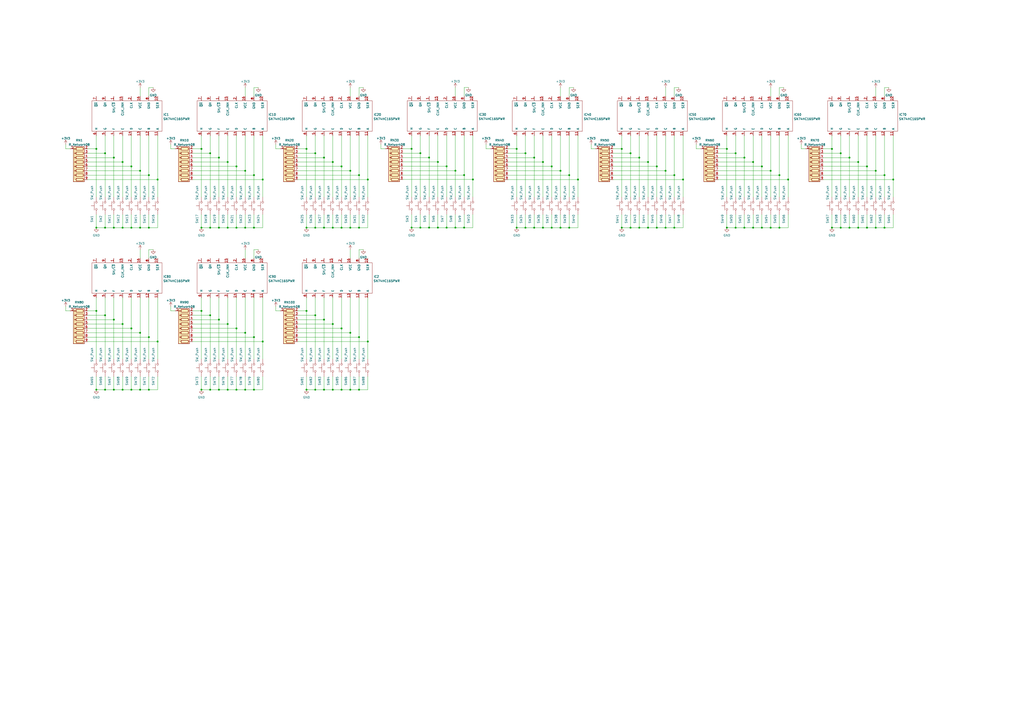
<source format=kicad_sch>
(kicad_sch (version 20211123) (generator eeschema)
  (paper "A2")
  (title_block (title "PMK_Keyboard") (rev "HW00") (company "PumaCorp") (comment 1 "Design by: NdG"))
  (junction (at 116.84 180.34))
  (junction (at 264.16 99.0229))
  (junction (at 60.96 182.88))
  (junction (at 370.84 132.08))
  (junction (at 127 226.06))
  (junction (at 396.24 104.14))
  (junction (at 55.88 86.36))
  (junction (at 365.76 88.9))
  (junction (at 71.12 132.08))
  (junction (at 177.8 132.08))
  (junction (at 66.04 185.42))
  (junction (at 492.76 132.08))
  (junction (at 391.16 101.6))
  (junction (at 243.84 132.0429))
  (junction (at 248.92 91.4029))
  (junction (at 152.4 104.14))
  (junction (at 375.92 132.08))
  (junction (at 76.2 132.08))
  (junction (at 91.44 104.14))
  (junction (at 325.12 99.06))
  (junction (at 457.2 104.14))
  (junction (at 193.04 132.08))
  (junction (at 76.2 96.52))
  (junction (at 60.96 226.06))
  (junction (at 320.04 96.52))
  (junction (at 264.16 132.0429))
  (junction (at 431.8 91.44))
  (junction (at 452.12 101.6))
  (junction (at 431.8 132.08))
  (junction (at 381 96.52))
  (junction (at 66.04 132.08))
  (junction (at 497.84 132.08))
  (junction (at 187.96 185.42))
  (junction (at 375.92 93.98))
  (junction (at 91.44 198.12))
  (junction (at 182.88 132.08))
  (junction (at 238.76 86.3229))
  (junction (at 259.08 132.0429))
  (junction (at 482.6 132.08))
  (junction (at 71.12 187.96))
  (junction (at 76.2 190.5))
  (junction (at 142.24 226.06))
  (junction (at 330.2 132.08))
  (junction (at 182.88 88.9))
  (junction (at 269.24 101.5629))
  (junction (at 299.72 86.36))
  (junction (at 81.28 193.04))
  (junction (at 391.16 132.08))
  (junction (at 208.28 101.6))
  (junction (at 86.36 195.58))
  (junction (at 421.64 132.08))
  (junction (at 132.08 226.06))
  (junction (at 132.08 187.96))
  (junction (at 447.04 132.08))
  (junction (at 81.28 132.08))
  (junction (at 137.16 190.5))
  (junction (at 436.88 132.08))
  (junction (at 66.04 91.44))
  (junction (at 182.88 226.06))
  (junction (at 309.88 132.08))
  (junction (at 502.92 132.08))
  (junction (at 66.04 226.06))
  (junction (at 203.2 99.06))
  (junction (at 426.72 88.9))
  (junction (at 436.88 93.98))
  (junction (at 203.2 226.06))
  (junction (at 60.96 88.9))
  (junction (at 208.28 195.58))
  (junction (at 426.72 132.08))
  (junction (at 147.32 195.58))
  (junction (at 497.84 93.98))
  (junction (at 121.92 132.08))
  (junction (at 121.92 88.9))
  (junction (at 259.08 96.4829))
  (junction (at 81.28 226.06))
  (junction (at 304.8 88.9))
  (junction (at 381 132.08))
  (junction (at 335.28 104.14))
  (junction (at 447.04 99.06))
  (junction (at 518.16 104.14))
  (junction (at 370.84 91.44))
  (junction (at 360.68 86.36))
  (junction (at 55.88 132.08))
  (junction (at 309.88 91.44))
  (junction (at 203.2 132.08))
  (junction (at 513.08 101.6))
  (junction (at 147.32 101.6))
  (junction (at 121.92 226.06))
  (junction (at 60.96 132.08))
  (junction (at 86.36 101.6))
  (junction (at 127 91.44))
  (junction (at 452.12 132.08))
  (junction (at 208.28 226.06))
  (junction (at 508 132.08))
  (junction (at 314.96 132.08))
  (junction (at 177.8 180.34))
  (junction (at 147.32 226.06))
  (junction (at 365.76 132.08))
  (junction (at 137.16 226.06))
  (junction (at 177.8 226.06))
  (junction (at 254 132.0429))
  (junction (at 81.28 99.06))
  (junction (at 274.32 104.1029))
  (junction (at 71.12 93.98))
  (junction (at 213.36 104.14))
  (junction (at 269.24 132.0429))
  (junction (at 198.12 226.06))
  (junction (at 177.8 86.36))
  (junction (at 320.04 132.08))
  (junction (at 116.84 86.36))
  (junction (at 152.4 198.12))
  (junction (at 441.96 132.08))
  (junction (at 86.36 132.08))
  (junction (at 492.76 91.44))
  (junction (at 513.08 132.08))
  (junction (at 330.2 101.6))
  (junction (at 137.16 132.08))
  (junction (at 193.04 226.06))
  (junction (at 487.68 88.9))
  (junction (at 76.2 226.06))
  (junction (at 182.88 182.88))
  (junction (at 127 185.42))
  (junction (at 254 93.9429))
  (junction (at 441.96 96.52))
  (junction (at 71.12 226.06))
  (junction (at 386.08 99.06))
  (junction (at 198.12 96.52))
  (junction (at 116.84 132.08))
  (junction (at 55.88 226.06))
  (junction (at 502.92 96.52))
  (junction (at 508 99.06))
  (junction (at 487.68 132.08))
  (junction (at 386.08 132.08))
  (junction (at 137.16 96.52))
  (junction (at 304.8 132.08))
  (junction (at 203.2 193.04))
  (junction (at 299.72 132.08))
  (junction (at 213.36 198.12))
  (junction (at 187.96 91.44))
  (junction (at 132.08 93.98))
  (junction (at 243.84 88.8629))
  (junction (at 132.08 132.08))
  (junction (at 482.6 86.36))
  (junction (at 86.36 226.06))
  (junction (at 421.64 86.36))
  (junction (at 198.12 190.5))
  (junction (at 314.96 93.98))
  (junction (at 238.76 132.0429))
  (junction (at 193.04 93.98))
  (junction (at 187.96 132.08))
  (junction (at 325.12 132.08))
  (junction (at 142.24 132.08))
  (junction (at 360.68 132.08))
  (junction (at 208.28 132.08))
  (junction (at 187.96 226.06))
  (junction (at 127 132.08))
  (junction (at 147.32 132.08))
  (junction (at 142.24 99.06))
  (junction (at 193.04 187.96))
  (junction (at 116.84 226.06))
  (junction (at 198.12 132.08))
  (junction (at 121.92 182.88))
  (junction (at 248.92 132.0429))
  (junction (at 142.24 193.04))
  (junction (at 55.88 180.34))
  (wire (pts (xy 421.64 132.08) (xy 426.72 132.08)))
  (wire (pts (xy 137.16 190.5) (xy 137.16 208.28)))
  (wire (pts (xy 152.4 172.72) (xy 152.4 198.12)))
  (wire (pts (xy 208.28 226.06) (xy 203.2 226.06)))
  (wire (pts (xy 335.28 104.14) (xy 335.28 114.3)))
  (wire (pts (xy 116.84 218.44) (xy 116.84 226.06)))
  (wire (pts (xy 121.92 78.74) (xy 121.92 88.9)))
  (wire (pts (xy 320.04 96.52) (xy 320.04 114.3)))
  (wire (pts (xy 513.08 78.74) (xy 513.08 101.6)))
  (wire (pts (xy 436.88 124.46) (xy 436.88 132.08)))
  (wire (pts (xy 355.6 96.52) (xy 381 96.52)))
  (wire (pts (xy 172.72 187.96) (xy 193.04 187.96)))
  (wire (pts (xy 281.94 83.82) (xy 281.94 86.36)))
  (wire (pts (xy 375.92 132.08) (xy 370.84 132.08)))
  (wire (pts (xy 86.36 195.58) (xy 86.36 208.28)))
  (wire (pts (xy 147.32 78.74) (xy 147.32 101.6)))
  (wire (pts (xy 198.12 96.52) (xy 198.12 114.3)))
  (wire (pts (xy 294.64 93.98) (xy 314.96 93.98)))
  (wire (pts (xy 177.8 86.36) (xy 177.8 114.3)))
  (wire (pts (xy 203.2 99.06) (xy 203.2 114.3)))
  (wire (pts (xy 325.12 132.08) (xy 320.04 132.08)))
  (wire (pts (xy 142.24 226.06) (xy 137.16 226.06)))
  (wire (pts (xy 50.8 190.5) (xy 76.2 190.5)))
  (wire (pts (xy 233.68 99.0229) (xy 264.16 99.0229)))
  (wire (pts (xy 421.64 86.36) (xy 421.64 114.3)))
  (wire (pts (xy 508 99.06) (xy 508 114.3)))
  (wire (pts (xy 457.2 124.46) (xy 457.2 132.08)))
  (wire (pts (xy 264.16 132.0429) (xy 259.08 132.0429)))
  (wire (pts (xy 508 132.08) (xy 502.92 132.08)))
  (wire (pts (xy 370.84 91.44) (xy 370.84 114.3)))
  (wire (pts (xy 386.08 132.08) (xy 381 132.08)))
  (wire (pts (xy 208.28 195.58) (xy 208.28 208.28)))
  (wire (pts (xy 203.2 50.8) (xy 203.2 55.88)))
  (wire (pts (xy 127 124.46) (xy 127 132.08)))
  (wire (pts (xy 254 78.7029) (xy 254 93.9429)))
  (wire (pts (xy 121.92 226.06) (xy 121.92 218.44)))
  (wire (pts (xy 375.92 124.46) (xy 375.92 132.08)))
  (wire (pts (xy 314.96 132.08) (xy 309.88 132.08)))
  (wire (pts (xy 518.16 132.08) (xy 513.08 132.08)))
  (wire (pts (xy 86.36 50.8) (xy 86.36 55.88)))
  (wire (pts (xy 233.68 96.4829) (xy 259.08 96.4829)))
  (wire (pts (xy 299.72 124.46) (xy 299.72 132.08)))
  (wire (pts (xy 426.72 132.08) (xy 426.72 124.46)))
  (wire (pts (xy 198.12 78.74) (xy 198.12 96.52)))
  (wire (pts (xy 142.24 172.72) (xy 142.24 193.04)))
  (wire (pts (xy 111.76 99.06) (xy 142.24 99.06)))
  (wire (pts (xy 416.56 91.44) (xy 431.8 91.44)))
  (wire (pts (xy 50.8 104.14) (xy 91.44 104.14)))
  (wire (pts (xy 111.76 185.42) (xy 127 185.42)))
  (wire (pts (xy 233.68 91.4029) (xy 248.92 91.4029)))
  (wire (pts (xy 360.68 124.46) (xy 360.68 132.08)))
  (wire (pts (xy 50.8 182.88) (xy 60.96 182.88)))
  (wire (pts (xy 487.68 88.9) (xy 487.68 114.3)))
  (wire (pts (xy 264.16 50.7629) (xy 264.16 55.8429)))
  (wire (pts (xy 477.52 91.44) (xy 492.76 91.44)))
  (wire (pts (xy 172.72 101.6) (xy 208.28 101.6)))
  (wire (pts (xy 116.84 78.74) (xy 116.84 86.36)))
  (wire (pts (xy 132.08 187.96) (xy 132.08 208.28)))
  (wire (pts (xy 264.16 124.4229) (xy 264.16 132.0429)))
  (wire (pts (xy 447.04 50.8) (xy 447.04 55.88)))
  (wire (pts (xy 325.12 50.8) (xy 325.12 55.88)))
  (wire (pts (xy 177.8 218.44) (xy 177.8 226.06)))
  (wire (pts (xy 294.64 88.9) (xy 304.8 88.9)))
  (wire (pts (xy 457.2 78.74) (xy 457.2 104.14)))
  (wire (pts (xy 66.04 172.72) (xy 66.04 185.42)))
  (wire (pts (xy 71.12 124.46) (xy 71.12 132.08)))
  (wire (pts (xy 375.92 78.74) (xy 375.92 93.98)))
  (wire (pts (xy 325.12 99.06) (xy 325.12 114.3)))
  (wire (pts (xy 457.2 104.14) (xy 457.2 114.3)))
  (wire (pts (xy 213.36 172.72) (xy 213.36 198.12)))
  (wire (pts (xy 91.44 226.06) (xy 86.36 226.06)))
  (wire (pts (xy 147.32 226.06) (xy 142.24 226.06)))
  (wire (pts (xy 76.2 96.52) (xy 76.2 114.3)))
  (wire (pts (xy 71.12 187.96) (xy 71.12 208.28)))
  (wire (pts (xy 137.16 96.52) (xy 137.16 114.3)))
  (wire (pts (xy 454.66 50.8) (xy 452.12 50.8)))
  (wire (pts (xy 365.76 78.74) (xy 365.76 88.9)))
  (wire (pts (xy 220.98 86.3229) (xy 223.52 86.3229)))
  (wire (pts (xy 391.16 124.46) (xy 391.16 132.08)))
  (wire (pts (xy 132.08 93.98) (xy 132.08 114.3)))
  (wire (pts (xy 193.04 93.98) (xy 193.04 114.3)))
  (wire (pts (xy 193.04 124.46) (xy 193.04 132.08)))
  (wire (pts (xy 99.06 180.34) (xy 101.6 180.34)))
  (wire (pts (xy 370.84 132.08) (xy 365.76 132.08)))
  (wire (pts (xy 452.12 101.6) (xy 452.12 114.3)))
  (wire (pts (xy 81.28 193.04) (xy 81.28 208.28)))
  (wire (pts (xy 91.44 132.08) (xy 86.36 132.08)))
  (wire (pts (xy 513.08 132.08) (xy 508 132.08)))
  (wire (pts (xy 172.72 86.36) (xy 177.8 86.36)))
  (wire (pts (xy 243.84 132.0429) (xy 243.84 124.4229)))
  (wire (pts (xy 365.76 132.08) (xy 365.76 124.46)))
  (wire (pts (xy 91.44 124.46) (xy 91.44 132.08)))
  (wire (pts (xy 76.2 132.08) (xy 71.12 132.08)))
  (wire (pts (xy 497.84 132.08) (xy 492.76 132.08)))
  (wire (pts (xy 38.1 83.82) (xy 38.1 86.36)))
  (wire (pts (xy 269.24 101.5629) (xy 269.24 114.2629)))
  (wire (pts (xy 477.52 104.14) (xy 518.16 104.14)))
  (wire (pts (xy 55.88 180.34) (xy 55.88 208.28)))
  (wire (pts (xy 274.32 132.0429) (xy 269.24 132.0429)))
  (wire (pts (xy 274.32 78.7029) (xy 274.32 104.1029)))
  (wire (pts (xy 127 218.44) (xy 127 226.06)))
  (wire (pts (xy 436.88 132.08) (xy 431.8 132.08)))
  (wire (pts (xy 452.12 124.46) (xy 452.12 132.08)))
  (wire (pts (xy 111.76 180.34) (xy 116.84 180.34)))
  (wire (pts (xy 304.8 88.9) (xy 304.8 114.3)))
  (wire (pts (xy 127 132.08) (xy 121.92 132.08)))
  (wire (pts (xy 182.88 226.06) (xy 182.88 218.44)))
  (wire (pts (xy 116.84 124.46) (xy 116.84 132.08)))
  (wire (pts (xy 142.24 99.06) (xy 142.24 114.3)))
  (wire (pts (xy 271.78 50.7629) (xy 269.24 50.7629)))
  (wire (pts (xy 248.92 124.4229) (xy 248.92 132.0429)))
  (wire (pts (xy 325.12 78.74) (xy 325.12 99.06)))
  (wire (pts (xy 203.2 218.44) (xy 203.2 226.06)))
  (wire (pts (xy 355.6 99.06) (xy 386.08 99.06)))
  (wire (pts (xy 213.36 78.74) (xy 213.36 104.14)))
  (wire (pts (xy 172.72 182.88) (xy 182.88 182.88)))
  (wire (pts (xy 452.12 78.74) (xy 452.12 101.6)))
  (wire (pts (xy 208.28 124.46) (xy 208.28 132.08)))
  (wire (pts (xy 502.92 96.52) (xy 502.92 114.3)))
  (wire (pts (xy 248.92 78.7029) (xy 248.92 91.4029)))
  (wire (pts (xy 81.28 172.72) (xy 81.28 193.04)))
  (wire (pts (xy 187.96 185.42) (xy 187.96 208.28)))
  (wire (pts (xy 441.96 78.74) (xy 441.96 96.52)))
  (wire (pts (xy 502.92 132.08) (xy 497.84 132.08)))
  (wire (pts (xy 60.96 226.06) (xy 60.96 218.44)))
  (wire (pts (xy 269.24 50.7629) (xy 269.24 55.8429)))
  (wire (pts (xy 121.92 182.88) (xy 121.92 208.28)))
  (wire (pts (xy 137.16 124.46) (xy 137.16 132.08)))
  (wire (pts (xy 360.68 86.36) (xy 360.68 114.3)))
  (wire (pts (xy 71.12 93.98) (xy 71.12 114.3)))
  (wire (pts (xy 259.08 78.7029) (xy 259.08 96.4829)))
  (wire (pts (xy 66.04 91.44) (xy 66.04 114.3)))
  (wire (pts (xy 152.4 226.06) (xy 147.32 226.06)))
  (wire (pts (xy 116.84 172.72) (xy 116.84 180.34)))
  (wire (pts (xy 386.08 99.06) (xy 386.08 114.3)))
  (wire (pts (xy 208.28 144.78) (xy 208.28 149.86)))
  (wire (pts (xy 477.52 86.36) (xy 482.6 86.36)))
  (wire (pts (xy 482.6 132.08) (xy 487.68 132.08)))
  (wire (pts (xy 86.36 132.08) (xy 81.28 132.08)))
  (wire (pts (xy 208.28 50.8) (xy 208.28 55.88)))
  (wire (pts (xy 86.36 124.46) (xy 86.36 132.08)))
  (wire (pts (xy 452.12 50.8) (xy 452.12 55.88)))
  (wire (pts (xy 477.52 101.6) (xy 513.08 101.6)))
  (wire (pts (xy 393.7 50.8) (xy 391.16 50.8)))
  (wire (pts (xy 355.6 91.44) (xy 370.84 91.44)))
  (wire (pts (xy 38.1 180.34) (xy 40.64 180.34)))
  (wire (pts (xy 137.16 218.44) (xy 137.16 226.06)))
  (wire (pts (xy 147.32 132.08) (xy 142.24 132.08)))
  (wire (pts (xy 502.92 124.46) (xy 502.92 132.08)))
  (wire (pts (xy 127 226.06) (xy 121.92 226.06)))
  (wire (pts (xy 330.2 101.6) (xy 330.2 114.3)))
  (wire (pts (xy 142.24 193.04) (xy 142.24 208.28)))
  (wire (pts (xy 464.82 86.36) (xy 467.36 86.36)))
  (wire (pts (xy 513.08 124.46) (xy 513.08 132.08)))
  (wire (pts (xy 160.02 180.34) (xy 162.56 180.34)))
  (wire (pts (xy 60.96 132.08) (xy 60.96 124.46)))
  (wire (pts (xy 38.1 86.36) (xy 40.64 86.36)))
  (wire (pts (xy 111.76 190.5) (xy 137.16 190.5)))
  (wire (pts (xy 198.12 190.5) (xy 198.12 208.28)))
  (wire (pts (xy 127 78.74) (xy 127 91.44)))
  (wire (pts (xy 431.8 78.74) (xy 431.8 91.44)))
  (wire (pts (xy 309.88 91.44) (xy 309.88 114.3)))
  (wire (pts (xy 447.04 132.08) (xy 441.96 132.08)))
  (wire (pts (xy 314.96 78.74) (xy 314.96 93.98)))
  (wire (pts (xy 71.12 172.72) (xy 71.12 187.96)))
  (wire (pts (xy 198.12 226.06) (xy 193.04 226.06)))
  (wire (pts (xy 391.16 132.08) (xy 386.08 132.08)))
  (wire (pts (xy 355.6 93.98) (xy 375.92 93.98)))
  (wire (pts (xy 60.96 182.88) (xy 60.96 208.28)))
  (wire (pts (xy 172.72 193.04) (xy 203.2 193.04)))
  (wire (pts (xy 213.36 226.06) (xy 208.28 226.06)))
  (wire (pts (xy 81.28 78.74) (xy 81.28 99.06)))
  (wire (pts (xy 294.64 101.6) (xy 330.2 101.6)))
  (wire (pts (xy 447.04 124.46) (xy 447.04 132.08)))
  (wire (pts (xy 177.8 172.72) (xy 177.8 180.34)))
  (wire (pts (xy 172.72 93.98) (xy 193.04 93.98)))
  (wire (pts (xy 50.8 180.34) (xy 55.88 180.34)))
  (wire (pts (xy 233.68 86.3229) (xy 238.76 86.3229)))
  (wire (pts (xy 431.8 91.44) (xy 431.8 114.3)))
  (wire (pts (xy 294.64 86.36) (xy 299.72 86.36)))
  (wire (pts (xy 152.4 104.14) (xy 152.4 114.3)))
  (wire (pts (xy 182.88 78.74) (xy 182.88 88.9)))
  (wire (pts (xy 50.8 198.12) (xy 91.44 198.12)))
  (wire (pts (xy 91.44 78.74) (xy 91.44 104.14)))
  (wire (pts (xy 381 78.74) (xy 381 96.52)))
  (wire (pts (xy 111.76 195.58) (xy 147.32 195.58)))
  (wire (pts (xy 355.6 86.36) (xy 360.68 86.36)))
  (wire (pts (xy 193.04 187.96) (xy 193.04 208.28)))
  (wire (pts (xy 396.24 78.74) (xy 396.24 104.14)))
  (wire (pts (xy 391.16 78.74) (xy 391.16 101.6)))
  (wire (pts (xy 55.88 172.72) (xy 55.88 180.34)))
  (wire (pts (xy 55.88 218.44) (xy 55.88 226.06)))
  (wire (pts (xy 269.24 124.4229) (xy 269.24 132.0429)))
  (wire (pts (xy 299.72 78.74) (xy 299.72 86.36)))
  (wire (pts (xy 421.64 78.74) (xy 421.64 86.36)))
  (wire (pts (xy 147.32 195.58) (xy 147.32 208.28)))
  (wire (pts (xy 50.8 91.44) (xy 66.04 91.44)))
  (wire (pts (xy 492.76 91.44) (xy 492.76 114.3)))
  (wire (pts (xy 299.72 132.08) (xy 304.8 132.08)))
  (wire (pts (xy 127 172.72) (xy 127 185.42)))
  (wire (pts (xy 172.72 99.06) (xy 203.2 99.06)))
  (wire (pts (xy 213.36 132.08) (xy 208.28 132.08)))
  (wire (pts (xy 81.28 124.46) (xy 81.28 132.08)))
  (wire (pts (xy 198.12 218.44) (xy 198.12 226.06)))
  (wire (pts (xy 147.32 124.46) (xy 147.32 132.08)))
  (wire (pts (xy 132.08 172.72) (xy 132.08 187.96)))
  (wire (pts (xy 187.96 218.44) (xy 187.96 226.06)))
  (wire (pts (xy 254 132.0429) (xy 248.92 132.0429)))
  (wire (pts (xy 116.84 180.34) (xy 116.84 208.28)))
  (wire (pts (xy 370.84 124.46) (xy 370.84 132.08)))
  (wire (pts (xy 55.88 132.08) (xy 60.96 132.08)))
  (wire (pts (xy 203.2 124.46) (xy 203.2 132.08)))
  (wire (pts (xy 177.8 226.06) (xy 182.88 226.06)))
  (wire (pts (xy 304.8 132.08) (xy 304.8 124.46)))
  (wire (pts (xy 66.04 226.06) (xy 60.96 226.06)))
  (wire (pts (xy 76.2 78.74) (xy 76.2 96.52)))
  (wire (pts (xy 177.8 180.34) (xy 177.8 208.28)))
  (wire (pts (xy 421.64 124.46) (xy 421.64 132.08)))
  (wire (pts (xy 137.16 78.74) (xy 137.16 96.52)))
  (wire (pts (xy 416.56 104.14) (xy 457.2 104.14)))
  (wire (pts (xy 294.64 91.44) (xy 309.88 91.44)))
  (wire (pts (xy 254 124.4229) (xy 254 132.0429)))
  (wire (pts (xy 441.96 124.46) (xy 441.96 132.08)))
  (wire (pts (xy 497.84 93.98) (xy 497.84 114.3)))
  (wire (pts (xy 320.04 132.08) (xy 314.96 132.08)))
  (wire (pts (xy 182.88 182.88) (xy 182.88 208.28)))
  (wire (pts (xy 86.36 218.44) (xy 86.36 226.06)))
  (wire (pts (xy 172.72 198.12) (xy 213.36 198.12)))
  (wire (pts (xy 66.04 124.46) (xy 66.04 132.08)))
  (wire (pts (xy 177.8 132.08) (xy 182.88 132.08)))
  (wire (pts (xy 497.84 124.46) (xy 497.84 132.08)))
  (wire (pts (xy 55.88 78.74) (xy 55.88 86.36)))
  (wire (pts (xy 233.68 101.5629) (xy 269.24 101.5629)))
  (wire (pts (xy 238.76 124.4229) (xy 238.76 132.0429)))
  (wire (pts (xy 254 93.9429) (xy 254 114.2629)))
  (wire (pts (xy 193.04 132.08) (xy 187.96 132.08)))
  (wire (pts (xy 187.96 124.46) (xy 187.96 132.08)))
  (wire (pts (xy 210.82 144.78) (xy 208.28 144.78)))
  (wire (pts (xy 502.92 78.74) (xy 502.92 96.52)))
  (wire (pts (xy 299.72 86.36) (xy 299.72 114.3)))
  (wire (pts (xy 142.24 218.44) (xy 142.24 226.06)))
  (wire (pts (xy 111.76 101.6) (xy 147.32 101.6)))
  (wire (pts (xy 464.82 83.82) (xy 464.82 86.36)))
  (wire (pts (xy 213.36 198.12) (xy 213.36 208.28)))
  (wire (pts (xy 149.86 144.78) (xy 147.32 144.78)))
  (wire (pts (xy 132.08 226.06) (xy 127 226.06)))
  (wire (pts (xy 238.76 86.3229) (xy 238.76 114.2629)))
  (wire (pts (xy 220.98 83.7829) (xy 220.98 86.3229)))
  (wire (pts (xy 381 96.52) (xy 381 114.3)))
  (wire (pts (xy 518.16 124.46) (xy 518.16 132.08)))
  (wire (pts (xy 198.12 172.72) (xy 198.12 190.5)))
  (wire (pts (xy 269.24 78.7029) (xy 269.24 101.5629)))
  (wire (pts (xy 137.16 226.06) (xy 132.08 226.06)))
  (wire (pts (xy 203.2 132.08) (xy 198.12 132.08)))
  (wire (pts (xy 269.24 132.0429) (xy 264.16 132.0429)))
  (wire (pts (xy 88.9 50.8) (xy 86.36 50.8)))
  (wire (pts (xy 233.68 93.9429) (xy 254 93.9429)))
  (wire (pts (xy 335.28 124.46) (xy 335.28 132.08)))
  (wire (pts (xy 86.36 101.6) (xy 86.36 114.3)))
  (wire (pts (xy 508 78.74) (xy 508 99.06)))
  (wire (pts (xy 396.24 124.46) (xy 396.24 132.08)))
  (wire (pts (xy 193.04 226.06) (xy 187.96 226.06)))
  (wire (pts (xy 330.2 50.8) (xy 330.2 55.88)))
  (wire (pts (xy 81.28 218.44) (xy 81.28 226.06)))
  (wire (pts (xy 127 185.42) (xy 127 208.28)))
  (wire (pts (xy 86.36 78.74) (xy 86.36 101.6)))
  (wire (pts (xy 375.92 93.98) (xy 375.92 114.3)))
  (wire (pts (xy 177.8 124.46) (xy 177.8 132.08)))
  (wire (pts (xy 147.32 50.8) (xy 147.32 55.88)))
  (wire (pts (xy 38.1 177.8) (xy 38.1 180.34)))
  (wire (pts (xy 66.04 218.44) (xy 66.04 226.06)))
  (wire (pts (xy 99.06 83.82) (xy 99.06 86.36)))
  (wire (pts (xy 76.2 124.46) (xy 76.2 132.08)))
  (wire (pts (xy 116.84 226.06) (xy 121.92 226.06)))
  (wire (pts (xy 193.04 78.74) (xy 193.04 93.98)))
  (wire (pts (xy 182.88 132.08) (xy 182.88 124.46)))
  (wire (pts (xy 447.04 78.74) (xy 447.04 99.06)))
  (wire (pts (xy 497.84 78.74) (xy 497.84 93.98)))
  (wire (pts (xy 396.24 104.14) (xy 396.24 114.3)))
  (wire (pts (xy 193.04 218.44) (xy 193.04 226.06)))
  (wire (pts (xy 116.84 86.36) (xy 116.84 114.3)))
  (wire (pts (xy 172.72 91.44) (xy 187.96 91.44)))
  (wire (pts (xy 477.52 93.98) (xy 497.84 93.98)))
  (wire (pts (xy 182.88 88.9) (xy 182.88 114.3)))
  (wire (pts (xy 416.56 93.98) (xy 436.88 93.98)))
  (wire (pts (xy 111.76 88.9) (xy 121.92 88.9)))
  (wire (pts (xy 264.16 78.7029) (xy 264.16 99.0229)))
  (wire (pts (xy 360.68 78.74) (xy 360.68 86.36)))
  (wire (pts (xy 142.24 132.08) (xy 137.16 132.08)))
  (wire (pts (xy 436.88 78.74) (xy 436.88 93.98)))
  (wire (pts (xy 152.4 198.12) (xy 152.4 208.28)))
  (wire (pts (xy 149.86 50.8) (xy 147.32 50.8)))
  (wire (pts (xy 50.8 193.04) (xy 81.28 193.04)))
  (wire (pts (xy 60.96 78.74) (xy 60.96 88.9)))
  (wire (pts (xy 147.32 144.78) (xy 147.32 149.86)))
  (wire (pts (xy 416.56 88.9) (xy 426.72 88.9)))
  (wire (pts (xy 50.8 195.58) (xy 86.36 195.58)))
  (wire (pts (xy 137.16 132.08) (xy 132.08 132.08)))
  (wire (pts (xy 452.12 132.08) (xy 447.04 132.08)))
  (wire (pts (xy 203.2 144.78) (xy 203.2 149.86)))
  (wire (pts (xy 111.76 187.96) (xy 132.08 187.96)))
  (wire (pts (xy 436.88 93.98) (xy 436.88 114.3)))
  (wire (pts (xy 132.08 132.08) (xy 127 132.08)))
  (wire (pts (xy 81.28 132.08) (xy 76.2 132.08)))
  (wire (pts (xy 160.02 177.8) (xy 160.02 180.34)))
  (wire (pts (xy 391.16 101.6) (xy 391.16 114.3)))
  (wire (pts (xy 187.96 226.06) (xy 182.88 226.06)))
  (wire (pts (xy 147.32 172.72) (xy 147.32 195.58)))
  (wire (pts (xy 208.28 101.6) (xy 208.28 114.3)))
  (wire (pts (xy 441.96 96.52) (xy 441.96 114.3)))
  (wire (pts (xy 381 124.46) (xy 381 132.08)))
  (wire (pts (xy 274.32 104.1029) (xy 274.32 114.2629)))
  (wire (pts (xy 99.06 86.36) (xy 101.6 86.36)))
  (wire (pts (xy 91.44 172.72) (xy 91.44 198.12)))
  (wire (pts (xy 431.8 132.08) (xy 426.72 132.08)))
  (wire (pts (xy 50.8 101.6) (xy 86.36 101.6)))
  (wire (pts (xy 152.4 218.44) (xy 152.4 226.06)))
  (wire (pts (xy 320.04 78.74) (xy 320.04 96.52)))
  (wire (pts (xy 111.76 91.44) (xy 127 91.44)))
  (wire (pts (xy 193.04 172.72) (xy 193.04 187.96)))
  (wire (pts (xy 81.28 144.78) (xy 81.28 149.86)))
  (wire (pts (xy 355.6 101.6) (xy 391.16 101.6)))
  (wire (pts (xy 76.2 190.5) (xy 76.2 208.28)))
  (wire (pts (xy 50.8 96.52) (xy 76.2 96.52)))
  (wire (pts (xy 320.04 124.46) (xy 320.04 132.08)))
  (wire (pts (xy 355.6 104.14) (xy 396.24 104.14)))
  (wire (pts (xy 426.72 78.74) (xy 426.72 88.9)))
  (wire (pts (xy 238.76 78.7029) (xy 238.76 86.3229)))
  (wire (pts (xy 71.12 218.44) (xy 71.12 226.06)))
  (wire (pts (xy 330.2 132.08) (xy 325.12 132.08)))
  (wire (pts (xy 86.36 226.06) (xy 81.28 226.06)))
  (wire (pts (xy 487.68 78.74) (xy 487.68 88.9)))
  (wire (pts (xy 335.28 132.08) (xy 330.2 132.08)))
  (wire (pts (xy 111.76 193.04) (xy 142.24 193.04)))
  (wire (pts (xy 309.88 132.08) (xy 304.8 132.08)))
  (wire (pts (xy 213.36 104.14) (xy 213.36 114.3)))
  (wire (pts (xy 71.12 78.74) (xy 71.12 93.98)))
  (wire (pts (xy 508 50.8) (xy 508 55.88)))
  (wire (pts (xy 147.32 218.44) (xy 147.32 226.06)))
  (wire (pts (xy 513.08 101.6) (xy 513.08 114.3)))
  (wire (pts (xy 403.86 83.82) (xy 403.86 86.36)))
  (wire (pts (xy 137.16 172.72) (xy 137.16 190.5)))
  (wire (pts (xy 50.8 93.98) (xy 71.12 93.98)))
  (wire (pts (xy 477.52 88.9) (xy 487.68 88.9)))
  (wire (pts (xy 314.96 124.46) (xy 314.96 132.08)))
  (wire (pts (xy 370.84 78.74) (xy 370.84 91.44)))
  (wire (pts (xy 248.92 91.4029) (xy 248.92 114.2629)))
  (wire (pts (xy 304.8 78.74) (xy 304.8 88.9)))
  (wire (pts (xy 309.88 78.74) (xy 309.88 91.44)))
  (wire (pts (xy 111.76 93.98) (xy 132.08 93.98)))
  (wire (pts (xy 182.88 172.72) (xy 182.88 182.88)))
  (wire (pts (xy 396.24 132.08) (xy 391.16 132.08)))
  (wire (pts (xy 81.28 226.06) (xy 76.2 226.06)))
  (wire (pts (xy 482.6 86.36) (xy 482.6 114.3)))
  (wire (pts (xy 335.28 78.74) (xy 335.28 104.14)))
  (wire (pts (xy 416.56 99.06) (xy 447.04 99.06)))
  (wire (pts (xy 187.96 172.72) (xy 187.96 185.42)))
  (wire (pts (xy 513.08 50.8) (xy 513.08 55.88)))
  (wire (pts (xy 76.2 172.72) (xy 76.2 190.5)))
  (wire (pts (xy 142.24 144.78) (xy 142.24 149.86)))
  (wire (pts (xy 482.6 78.74) (xy 482.6 86.36)))
  (wire (pts (xy 121.92 88.9) (xy 121.92 114.3)))
  (wire (pts (xy 203.2 172.72) (xy 203.2 193.04)))
  (wire (pts (xy 71.12 132.08) (xy 66.04 132.08)))
  (wire (pts (xy 203.2 226.06) (xy 198.12 226.06)))
  (wire (pts (xy 332.74 50.8) (xy 330.2 50.8)))
  (wire (pts (xy 330.2 78.74) (xy 330.2 101.6)))
  (wire (pts (xy 381 132.08) (xy 375.92 132.08)))
  (wire (pts (xy 233.68 88.8629) (xy 243.84 88.8629)))
  (wire (pts (xy 50.8 99.06) (xy 81.28 99.06)))
  (wire (pts (xy 172.72 96.52) (xy 198.12 96.52)))
  (wire (pts (xy 314.96 93.98) (xy 314.96 114.3)))
  (wire (pts (xy 99.06 177.8) (xy 99.06 180.34)))
  (wire (pts (xy 518.16 104.14) (xy 518.16 114.3)))
  (wire (pts (xy 111.76 198.12) (xy 152.4 198.12)))
  (wire (pts (xy 274.32 124.4229) (xy 274.32 132.0429)))
  (wire (pts (xy 208.28 172.72) (xy 208.28 195.58)))
  (wire (pts (xy 198.12 124.46) (xy 198.12 132.08)))
  (wire (pts (xy 259.08 96.4829) (xy 259.08 114.2629)))
  (wire (pts (xy 243.84 88.8629) (xy 243.84 114.2629)))
  (wire (pts (xy 447.04 99.06) (xy 447.04 114.3)))
  (wire (pts (xy 386.08 50.8) (xy 386.08 55.88)))
  (wire (pts (xy 259.08 124.4229) (xy 259.08 132.0429)))
  (wire (pts (xy 55.88 124.46) (xy 55.88 132.08)))
  (wire (pts (xy 386.08 124.46) (xy 386.08 132.08)))
  (wire (pts (xy 325.12 124.46) (xy 325.12 132.08)))
  (wire (pts (xy 416.56 96.52) (xy 441.96 96.52)))
  (wire (pts (xy 142.24 50.8) (xy 142.24 55.88)))
  (wire (pts (xy 132.08 124.46) (xy 132.08 132.08)))
  (wire (pts (xy 55.88 86.36) (xy 55.88 114.3)))
  (wire (pts (xy 111.76 104.14) (xy 152.4 104.14)))
  (wire (pts (xy 50.8 187.96) (xy 71.12 187.96)))
  (wire (pts (xy 127 91.44) (xy 127 114.3)))
  (wire (pts (xy 160.02 83.82) (xy 160.02 86.36)))
  (wire (pts (xy 152.4 124.46) (xy 152.4 132.08)))
  (wire (pts (xy 477.52 96.52) (xy 502.92 96.52)))
  (wire (pts (xy 208.28 78.74) (xy 208.28 101.6)))
  (wire (pts (xy 243.84 78.7029) (xy 243.84 88.8629)))
  (wire (pts (xy 386.08 78.74) (xy 386.08 99.06)))
  (wire (pts (xy 492.76 132.08) (xy 487.68 132.08)))
  (wire (pts (xy 50.8 88.9) (xy 60.96 88.9)))
  (wire (pts (xy 111.76 96.52) (xy 137.16 96.52)))
  (wire (pts (xy 416.56 101.6) (xy 452.12 101.6)))
  (wire (pts (xy 259.08 132.0429) (xy 254 132.0429)))
  (wire (pts (xy 233.68 104.1029) (xy 274.32 104.1029)))
  (wire (pts (xy 482.6 124.46) (xy 482.6 132.08)))
  (wire (pts (xy 355.6 88.9) (xy 365.76 88.9)))
  (wire (pts (xy 50.8 86.36) (xy 55.88 86.36)))
  (wire (pts (xy 71.12 226.06) (xy 66.04 226.06)))
  (wire (pts (xy 88.9 144.78) (xy 86.36 144.78)))
  (wire (pts (xy 309.88 124.46) (xy 309.88 132.08)))
  (wire (pts (xy 91.44 104.14) (xy 91.44 114.3)))
  (wire (pts (xy 213.36 218.44) (xy 213.36 226.06)))
  (wire (pts (xy 492.76 78.74) (xy 492.76 91.44)))
  (wire (pts (xy 238.76 132.0429) (xy 243.84 132.0429)))
  (wire (pts (xy 60.96 88.9) (xy 60.96 114.3)))
  (wire (pts (xy 426.72 88.9) (xy 426.72 114.3)))
  (wire (pts (xy 121.92 172.72) (xy 121.92 182.88)))
  (wire (pts (xy 213.36 124.46) (xy 213.36 132.08)))
  (wire (pts (xy 152.4 132.08) (xy 147.32 132.08)))
  (wire (pts (xy 160.02 86.36) (xy 162.56 86.36)))
  (wire (pts (xy 91.44 198.12) (xy 91.44 208.28)))
  (wire (pts (xy 60.96 172.72) (xy 60.96 182.88)))
  (wire (pts (xy 441.96 132.08) (xy 436.88 132.08)))
  (wire (pts (xy 187.96 91.44) (xy 187.96 114.3)))
  (wire (pts (xy 518.16 78.74) (xy 518.16 104.14)))
  (wire (pts (xy 66.04 132.08) (xy 60.96 132.08)))
  (wire (pts (xy 172.72 195.58) (xy 208.28 195.58)))
  (wire (pts (xy 66.04 185.42) (xy 66.04 208.28)))
  (wire (pts (xy 86.36 144.78) (xy 86.36 149.86)))
  (wire (pts (xy 147.32 101.6) (xy 147.32 114.3)))
  (wire (pts (xy 121.92 132.08) (xy 121.92 124.46)))
  (wire (pts (xy 403.86 86.36) (xy 406.4 86.36)))
  (wire (pts (xy 294.64 96.52) (xy 320.04 96.52)))
  (wire (pts (xy 116.84 132.08) (xy 121.92 132.08)))
  (wire (pts (xy 111.76 86.36) (xy 116.84 86.36)))
  (wire (pts (xy 76.2 218.44) (xy 76.2 226.06)))
  (wire (pts (xy 264.16 99.0229) (xy 264.16 114.2629)))
  (wire (pts (xy 142.24 124.46) (xy 142.24 132.08)))
  (wire (pts (xy 198.12 132.08) (xy 193.04 132.08)))
  (wire (pts (xy 111.76 182.88) (xy 121.92 182.88)))
  (wire (pts (xy 330.2 124.46) (xy 330.2 132.08)))
  (wire (pts (xy 477.52 99.06) (xy 508 99.06)))
  (wire (pts (xy 81.28 50.8) (xy 81.28 55.88)))
  (wire (pts (xy 208.28 132.08) (xy 203.2 132.08)))
  (wire (pts (xy 342.9 83.82) (xy 342.9 86.36)))
  (wire (pts (xy 187.96 78.74) (xy 187.96 91.44)))
  (wire (pts (xy 416.56 86.36) (xy 421.64 86.36)))
  (wire (pts (xy 515.62 50.8) (xy 513.08 50.8)))
  (wire (pts (xy 142.24 78.74) (xy 142.24 99.06)))
  (wire (pts (xy 294.64 99.06) (xy 325.12 99.06)))
  (wire (pts (xy 203.2 78.74) (xy 203.2 99.06)))
  (wire (pts (xy 365.76 88.9) (xy 365.76 114.3)))
  (wire (pts (xy 132.08 78.74) (xy 132.08 93.98)))
  (wire (pts (xy 86.36 172.72) (xy 86.36 195.58)))
  (wire (pts (xy 203.2 193.04) (xy 203.2 208.28)))
  (wire (pts (xy 431.8 124.46) (xy 431.8 132.08)))
  (wire (pts (xy 391.16 50.8) (xy 391.16 55.88)))
  (wire (pts (xy 172.72 104.14) (xy 213.36 104.14)))
  (wire (pts (xy 50.8 185.42) (xy 66.04 185.42)))
  (wire (pts (xy 281.94 86.36) (xy 284.48 86.36)))
  (wire (pts (xy 172.72 190.5) (xy 198.12 190.5)))
  (wire (pts (xy 187.96 132.08) (xy 182.88 132.08)))
  (wire (pts (xy 492.76 124.46) (xy 492.76 132.08)))
  (wire (pts (xy 81.28 99.06) (xy 81.28 114.3)))
  (wire (pts (xy 360.68 132.08) (xy 365.76 132.08)))
  (wire (pts (xy 208.28 218.44) (xy 208.28 226.06)))
  (wire (pts (xy 342.9 86.36) (xy 345.44 86.36)))
  (wire (pts (xy 210.82 50.8) (xy 208.28 50.8)))
  (wire (pts (xy 172.72 88.9) (xy 182.88 88.9)))
  (wire (pts (xy 177.8 78.74) (xy 177.8 86.36)))
  (wire (pts (xy 248.92 132.0429) (xy 243.84 132.0429)))
  (wire (pts (xy 152.4 78.74) (xy 152.4 104.14)))
  (wire (pts (xy 91.44 218.44) (xy 91.44 226.06)))
  (wire (pts (xy 294.64 104.14) (xy 335.28 104.14)))
  (wire (pts (xy 76.2 226.06) (xy 71.12 226.06)))
  (wire (pts (xy 487.68 132.08) (xy 487.68 124.46)))
  (wire (pts (xy 172.72 185.42) (xy 187.96 185.42)))
  (wire (pts (xy 132.08 218.44) (xy 132.08 226.06)))
  (wire (pts (xy 508 124.46) (xy 508 132.08)))
  (wire (pts (xy 55.88 226.06) (xy 60.96 226.06)))
  (wire (pts (xy 172.72 180.34) (xy 177.8 180.34)))
  (wire (pts (xy 457.2 132.08) (xy 452.12 132.08)))
  (wire (pts (xy 66.04 78.74) (xy 66.04 91.44)))
  (symbol (lib_id "Switch:SW_Push") (at 116.84 119.38 90) (unit 1)
    (property "Reference" "SW17" (at 114.3 127 0))
    (property "Value" "SW_Push" (at 114.3 111.76 0))
  )
  (symbol (lib_id "power:GND") (at 271.78 50.7629 0) (unit 1)
    (property "Reference" "#PWR02" (effects hide))
    (property "Value" "GND" (at 271.78 55.2063 0))
  )
  (symbol (lib_id "Switch:SW_Push") (at 66.04 213.36 90) (unit 1)
    (property "Reference" "SW67" (at 63.5 220.98 0))
    (property "Value" "SW_Push" (at 63.5 205.74 0))
  )
  (symbol (lib_id "Switch:SW_Push") (at 137.16 119.38 90) (unit 1)
    (property "Reference" "SW21" (at 134.62 127 0))
    (property "Value" "SW_Push" (at 134.62 111.76 0))
  )
  (symbol (lib_id "power:+3V3") (at 160.02 83.82 0) (unit 1)
    (property "Reference" "#PWR020" (effects hide))
    (property "Value" "+3V3" (at 160.02 80.2442 0))
  )
  (symbol (lib_id "Switch:SW_Push") (at 86.36 213.36 90) (unit 1)
    (property "Reference" "SW71" (at 83.82 220.98 0))
    (property "Value" "SW_Push" (at 83.82 205.74 0))
  )
  (symbol (lib_id "Switch:SW_Push") (at 152.4 119.38 90) (unit 1)
    (property "Reference" "SW24" (at 149.86 127 0))
    (property "Value" "SW_Push" (at 149.86 111.76 0))
  )
  (symbol (lib_id "power:GND") (at 88.9 50.8 0) (unit 1)
    (property "Reference" "#PWR04" (effects hide))
    (property "Value" "GND" (at 88.9 55.2434 0))
  )
  (symbol (lib_id "Device:R_Network08") (at 106.68 96.52 90) (mirror x) (unit 1)
    (property "Reference" "RN10" (at 106.934 81.3902 90))
    (property "Value" "R_Network08" (at 106.934 83.9271 90))
    (property "Footprint" "Resistor_THT:R_Array_SIP9" (effects hide))
    (property "Datasheet" "http://www.vishay.com/docs/31509/csc.pdf" (effects hide))
  )
  (symbol (lib_id "power:GND") (at 210.82 50.8 0) (unit 1)
    (property "Reference" "#PWR08" (effects hide))
    (property "Value" "GND" (at 210.82 55.2434 0))
  )
  (symbol (lib_id "power:+3V3") (at 99.06 83.82 0) (unit 1)
    (property "Reference" "#PWR019" (effects hide))
    (property "Value" "+3V3" (at 99.06 80.2442 0))
  )
  (symbol (lib_id "power:+3V3") (at 464.82 83.82 0) (unit 1)
    (property "Reference" "#PWR024" (effects hide))
    (property "Value" "+3V3" (at 464.82 80.2442 0))
  )
  (symbol (lib_id "Device:R_Network08") (at 45.72 190.5 90) (mirror x) (unit 1)
    (property "Reference" "RN80" (at 45.974 175.3702 90))
    (property "Value" "R_Network08" (at 45.974 177.9071 90))
    (property "Footprint" "Resistor_THT:R_Array_SIP9" (effects hide))
    (property "Datasheet" "http://www.vishay.com/docs/31509/csc.pdf" (effects hide))
  )
  (symbol (lib_id "Component_lib:SN74HC165PWR") (at 238.76 78.7029 90) (unit 1)
    (property "Reference" "IC30" (at 277.5712 66.4382 90) (effects (justify right)))
    (property "Value" "SN74HC165PWR" (at 277.5712 68.9751 90) (effects (justify right)))
    (property "Footprint" "SOP65P640X120-16N" (effects hide))
    (property "Datasheet" "http://www.ti.com/lit/gpn/sn74hc165" (effects hide))
    (property "Description" "8-BIT PARALLEL-LOAD SHIFT REGISTERS" (effects hide))
    (property "Height" "1.2" (effects hide))
    (property "Mouser Part Number" "595-SN74HC165PWR" (effects hide))
    (property "Mouser Price/Stock" "https://www.mouser.co.uk/ProductDetail/Texas-Instruments/SN74HC165PWR?qs=6aLkNDRfRUZJuqbBwGFbQw%3D%3D" (effects hide))
    (property "Manufacturer_Name" "Texas Instruments" (effects hide))
    (property "Manufacturer_Part_Number" "SN74HC165PWR" (effects hide))
  )
  (symbol (lib_id "Device:R_Network08") (at 472.44 96.52 90) (mirror x) (unit 1)
    (property "Reference" "RN70" (at 472.694 81.3902 90))
    (property "Value" "R_Network08" (at 472.694 83.9271 90))
    (property "Footprint" "Resistor_THT:R_Array_SIP9" (effects hide))
    (property "Datasheet" "http://www.vishay.com/docs/31509/csc.pdf" (effects hide))
  )
  (symbol (lib_id "power:+3V3") (at 142.24 50.8 0) (unit 1)
    (property "Reference" "#PWR05" (effects hide))
    (property "Value" "+3V3" (at 142.24 47.2242 0))
  )
  (symbol (lib_id "Switch:SW_Push") (at 436.88 119.38 90) (unit 1)
    (property "Reference" "SW52" (at 434.34 127 0))
    (property "Value" "SW_Push" (at 434.34 111.76 0))
  )
  (symbol (lib_id "power:+3V3") (at 81.28 144.78 0) (unit 1)
    (property "Reference" "#PWR033" (effects hide))
    (property "Value" "+3V3" (at 81.28 141.2042 0))
  )
  (symbol (lib_id "Switch:SW_Push") (at 147.32 119.38 90) (unit 1)
    (property "Reference" "SW23" (at 144.78 127 0))
    (property "Value" "SW_Push" (at 144.78 111.76 0))
  )
  (symbol (lib_id "Switch:SW_Push") (at 132.08 213.36 90) (unit 1)
    (property "Reference" "SW76" (at 129.54 220.98 0))
    (property "Value" "SW_Push" (at 129.54 205.74 0))
  )
  (symbol (lib_id "Component_lib:SN74HC165PWR") (at 116.84 78.74 90) (unit 1)
    (property "Reference" "IC10" (at 155.6512 66.4753 90) (effects (justify right)))
    (property "Value" "SN74HC165PWR" (at 155.6512 69.0122 90) (effects (justify right)))
    (property "Footprint" "SOP65P640X120-16N" (effects hide))
    (property "Datasheet" "http://www.ti.com/lit/gpn/sn74hc165" (effects hide))
    (property "Description" "8-BIT PARALLEL-LOAD SHIFT REGISTERS" (effects hide))
    (property "Height" "1.2" (effects hide))
    (property "Mouser Part Number" "595-SN74HC165PWR" (effects hide))
    (property "Mouser Price/Stock" "https://www.mouser.co.uk/ProductDetail/Texas-Instruments/SN74HC165PWR?qs=6aLkNDRfRUZJuqbBwGFbQw%3D%3D" (effects hide))
    (property "Manufacturer_Name" "Texas Instruments" (effects hide))
    (property "Manufacturer_Part_Number" "SN74HC165PWR" (effects hide))
  )
  (symbol (lib_id "power:GND") (at 116.84 132.08 0) (unit 1)
    (property "Reference" "#PWR027" (effects hide))
    (property "Value" "GND" (at 116.84 136.5234 0))
  )
  (symbol (lib_id "Switch:SW_Push") (at 116.84 213.36 90) (unit 1)
    (property "Reference" "SW73" (at 114.3 220.98 0))
    (property "Value" "SW_Push" (at 114.3 205.74 0))
  )
  (symbol (lib_id "Switch:SW_Push") (at 193.04 213.36 90) (unit 1)
    (property "Reference" "SW84" (at 190.5 220.98 0))
    (property "Value" "SW_Push" (at 190.5 205.74 0))
  )
  (symbol (lib_id "power:+3V3") (at 264.16 50.7629 0) (unit 1)
    (property "Reference" "#PWR01" (effects hide))
    (property "Value" "+3V3" (at 264.16 47.1871 0))
  )
  (symbol (lib_id "Switch:SW_Push") (at 365.76 119.38 90) (unit 1)
    (property "Reference" "SW42" (at 363.22 127 0))
    (property "Value" "SW_Push" (at 363.22 111.76 0))
  )
  (symbol (lib_id "Switch:SW_Push") (at 248.92 119.3429 90) (unit 1)
    (property "Reference" "SW5" (at 246.38 126.9629 0))
    (property "Value" "SW_Push" (at 246.38 111.7229 0))
  )
  (symbol (lib_id "Switch:SW_Push") (at 76.2 119.38 90) (unit 1)
    (property "Reference" "SW13" (at 73.66 127 0))
    (property "Value" "SW_Push" (at 73.66 111.76 0))
  )
  (symbol (lib_id "power:GND") (at 177.8 132.08 0) (unit 1)
    (property "Reference" "#PWR028" (effects hide))
    (property "Value" "GND" (at 177.8 136.5234 0))
  )
  (symbol (lib_id "power:+3V3") (at 81.28 50.8 0) (unit 1)
    (property "Reference" "#PWR03" (effects hide))
    (property "Value" "+3V3" (at 81.28 47.2242 0))
  )
  (symbol (lib_id "Switch:SW_Push") (at 299.72 119.38 90) (unit 1)
    (property "Reference" "SW33" (at 297.18 127 0))
    (property "Value" "SW_Push" (at 297.18 111.76 0))
  )
  (symbol (lib_id "Switch:SW_Push") (at 426.72 119.38 90) (unit 1)
    (property "Reference" "SW50" (at 424.18 127 0))
    (property "Value" "SW_Push" (at 424.18 111.76 0))
  )
  (symbol (lib_id "Switch:SW_Push") (at 314.96 119.38 90) (unit 1)
    (property "Reference" "SW36" (at 312.42 127 0))
    (property "Value" "SW_Push" (at 312.42 111.76 0))
  )
  (symbol (lib_id "Switch:SW_Push") (at 264.16 119.3429 90) (unit 1)
    (property "Reference" "SW8" (at 261.62 126.9629 0))
    (property "Value" "SW_Push" (at 261.62 111.7229 0))
  )
  (symbol (lib_id "Switch:SW_Push") (at 360.68 119.38 90) (unit 1)
    (property "Reference" "SW41" (at 358.14 127 0))
    (property "Value" "SW_Push" (at 358.14 111.76 0))
  )
  (symbol (lib_id "Switch:SW_Push") (at 259.08 119.3429 90) (unit 1)
    (property "Reference" "SW7" (at 256.54 126.9629 0))
    (property "Value" "SW_Push" (at 256.54 111.7229 0))
  )
  (symbol (lib_id "Switch:SW_Push") (at 203.2 213.36 90) (unit 1)
    (property "Reference" "SW86" (at 200.66 220.98 0))
    (property "Value" "SW_Push" (at 200.66 205.74 0))
  )
  (symbol (lib_id "Switch:SW_Push") (at 431.8 119.38 90) (unit 1)
    (property "Reference" "SW51" (at 429.26 127 0))
    (property "Value" "SW_Push" (at 429.26 111.76 0))
  )
  (symbol (lib_id "power:GND") (at 332.74 50.8 0) (unit 1)
    (property "Reference" "#PWR010" (effects hide))
    (property "Value" "GND" (at 332.74 55.2434 0))
  )
  (symbol (lib_id "power:GND") (at 210.82 144.78 0) (unit 1)
    (property "Reference" "#PWR038" (effects hide))
    (property "Value" "GND" (at 210.82 149.2234 0))
  )
  (symbol (lib_id "Component_lib:SN74HC165PWR") (at 482.6 78.74 90) (unit 1)
    (property "Reference" "IC70" (at 521.4112 66.4753 90) (effects (justify right)))
    (property "Value" "SN74HC165PWR" (at 521.4112 69.0122 90) (effects (justify right)))
    (property "Footprint" "SOP65P640X120-16N" (effects hide))
    (property "Datasheet" "http://www.ti.com/lit/gpn/sn74hc165" (effects hide))
    (property "Description" "8-BIT PARALLEL-LOAD SHIFT REGISTERS" (effects hide))
    (property "Height" "1.2" (effects hide))
    (property "Mouser Part Number" "595-SN74HC165PWR" (effects hide))
    (property "Mouser Price/Stock" "https://www.mouser.co.uk/ProductDetail/Texas-Instruments/SN74HC165PWR?qs=6aLkNDRfRUZJuqbBwGFbQw%3D%3D" (effects hide))
    (property "Manufacturer_Name" "Texas Instruments" (effects hide))
    (property "Manufacturer_Part_Number" "SN74HC165PWR" (effects hide))
  )
  (symbol (lib_id "Switch:SW_Push") (at 142.24 119.38 90) (unit 1)
    (property "Reference" "SW22" (at 139.7 127 0))
    (property "Value" "SW_Push" (at 139.7 111.76 0))
  )
  (symbol (lib_id "power:GND") (at 482.6 132.08 0) (unit 1)
    (property "Reference" "#PWR032" (effects hide))
    (property "Value" "GND" (at 482.6 136.5234 0))
  )
  (symbol (lib_id "Switch:SW_Push") (at 121.92 119.38 90) (unit 1)
    (property "Reference" "SW18" (at 119.38 127 0))
    (property "Value" "SW_Push" (at 119.38 111.76 0))
  )
  (symbol (lib_id "power:GND") (at 421.64 132.08 0) (unit 1)
    (property "Reference" "#PWR031" (effects hide))
    (property "Value" "GND" (at 421.64 136.5234 0))
  )
  (symbol (lib_id "power:+3V3") (at 508 50.8 0) (unit 1)
    (property "Reference" "#PWR015" (effects hide))
    (property "Value" "+3V3" (at 508 47.2242 0))
  )
  (symbol (lib_id "Switch:SW_Push") (at 335.28 119.38 90) (unit 1)
    (property "Reference" "SW40" (at 332.74 127 0))
    (property "Value" "SW_Push" (at 332.74 111.76 0))
  )
  (symbol (lib_id "power:GND") (at 360.68 132.08 0) (unit 1)
    (property "Reference" "#PWR030" (effects hide))
    (property "Value" "GND" (at 360.68 136.5234 0))
  )
  (symbol (lib_id "Device:R_Network08") (at 289.56 96.52 90) (mirror x) (unit 1)
    (property "Reference" "RN40" (at 289.814 81.3902 90))
    (property "Value" "R_Network08" (at 289.814 83.9271 90))
    (property "Footprint" "Resistor_THT:R_Array_SIP9" (effects hide))
    (property "Datasheet" "http://www.vishay.com/docs/31509/csc.pdf" (effects hide))
  )
  (symbol (lib_id "Switch:SW_Push") (at 132.08 119.38 90) (unit 1)
    (property "Reference" "SW20" (at 129.54 127 0))
    (property "Value" "SW_Push" (at 129.54 111.76 0))
  )
  (symbol (lib_id "power:+3V3") (at 38.1 177.8 0) (unit 1)
    (property "Reference" "#PWR039" (effects hide))
    (property "Value" "+3V3" (at 38.1 174.2242 0))
  )
  (symbol (lib_id "Switch:SW_Push") (at 208.28 119.38 90) (unit 1)
    (property "Reference" "SW31" (at 205.74 127 0))
    (property "Value" "SW_Push" (at 205.74 111.76 0))
  )
  (symbol (lib_id "Switch:SW_Push") (at 304.8 119.38 90) (unit 1)
    (property "Reference" "SW34" (at 302.26 127 0))
    (property "Value" "SW_Push" (at 302.26 111.76 0))
  )
  (symbol (lib_id "Switch:SW_Push") (at 193.04 119.38 90) (unit 1)
    (property "Reference" "SW28" (at 190.5 127 0))
    (property "Value" "SW_Push" (at 190.5 111.76 0))
  )
  (symbol (lib_id "power:GND") (at 55.88 226.06 0) (unit 1)
    (property "Reference" "#PWR042" (effects hide))
    (property "Value" "GND" (at 55.88 230.5034 0))
  )
  (symbol (lib_id "power:GND") (at 299.72 132.08 0) (unit 1)
    (property "Reference" "#PWR029" (effects hide))
    (property "Value" "GND" (at 299.72 136.5234 0))
  )
  (symbol (lib_id "Switch:SW_Push") (at 177.8 119.38 90) (unit 1)
    (property "Reference" "SW25" (at 175.26 127 0))
    (property "Value" "SW_Push" (at 175.26 111.76 0))
  )
  (symbol (lib_id "power:GND") (at 116.84 226.06 0) (unit 1)
    (property "Reference" "#PWR043" (effects hide))
    (property "Value" "GND" (at 116.84 230.5034 0))
  )
  (symbol (lib_id "Switch:SW_Push") (at 76.2 213.36 90) (unit 1)
    (property "Reference" "SW69" (at 73.66 220.98 0))
    (property "Value" "SW_Push" (at 73.66 205.74 0))
  )
  (symbol (lib_id "Switch:SW_Push") (at 177.8 213.36 90) (unit 1)
    (property "Reference" "SW81" (at 175.26 220.98 0))
    (property "Value" "SW_Push" (at 175.26 205.74 0))
  )
  (symbol (lib_id "Device:R_Network08") (at 45.72 96.52 90) (mirror x) (unit 1)
    (property "Reference" "RN1" (at 45.974 81.3902 90))
    (property "Value" "R_Network08" (at 45.974 83.9271 90))
    (property "Footprint" "Resistor_THT:R_Array_SIP9" (effects hide))
    (property "Datasheet" "http://www.vishay.com/docs/31509/csc.pdf" (effects hide))
  )
  (symbol (lib_id "Switch:SW_Push") (at 127 213.36 90) (unit 1)
    (property "Reference" "SW75" (at 124.46 220.98 0))
    (property "Value" "SW_Push" (at 124.46 205.74 0))
  )
  (symbol (lib_id "Component_lib:SN74HC165PWR") (at 360.68 78.74 90) (unit 1)
    (property "Reference" "IC50" (at 399.4912 66.4753 90) (effects (justify right)))
    (property "Value" "SN74HC165PWR" (at 399.4912 69.0122 90) (effects (justify right)))
    (property "Footprint" "SOP65P640X120-16N" (effects hide))
    (property "Datasheet" "http://www.ti.com/lit/gpn/sn74hc165" (effects hide))
    (property "Description" "8-BIT PARALLEL-LOAD SHIFT REGISTERS" (effects hide))
    (property "Height" "1.2" (effects hide))
    (property "Mouser Part Number" "595-SN74HC165PWR" (effects hide))
    (property "Mouser Price/Stock" "https://www.mouser.co.uk/ProductDetail/Texas-Instruments/SN74HC165PWR?qs=6aLkNDRfRUZJuqbBwGFbQw%3D%3D" (effects hide))
    (property "Manufacturer_Name" "Texas Instruments" (effects hide))
    (property "Manufacturer_Part_Number" "SN74HC165PWR" (effects hide))
  )
  (symbol (lib_id "Switch:SW_Push") (at 452.12 119.38 90) (unit 1)
    (property "Reference" "SW55" (at 449.58 127 0))
    (property "Value" "SW_Push" (at 449.58 111.76 0))
  )
  (symbol (lib_id "Device:R_Network08") (at 167.64 96.52 90) (mirror x) (unit 1)
    (property "Reference" "RN20" (at 167.894 81.3902 90))
    (property "Value" "R_Network08" (at 167.894 83.9271 90))
    (property "Footprint" "Resistor_THT:R_Array_SIP9" (effects hide))
    (property "Datasheet" "http://www.vishay.com/docs/31509/csc.pdf" (effects hide))
  )
  (symbol (lib_id "Switch:SW_Push") (at 71.12 119.38 90) (unit 1)
    (property "Reference" "SW12" (at 68.58 127 0))
    (property "Value" "SW_Push" (at 68.58 111.76 0))
  )
  (symbol (lib_id "Switch:SW_Push") (at 370.84 119.38 90) (unit 1)
    (property "Reference" "SW43" (at 368.3 127 0))
    (property "Value" "SW_Push" (at 368.3 111.76 0))
  )
  (symbol (lib_id "Component_lib:SN74HC165PWR") (at 299.72 78.74 90) (unit 1)
    (property "Reference" "IC40" (at 338.5312 66.4753 90) (effects (justify right)))
    (property "Value" "SN74HC165PWR" (at 338.5312 69.0122 90) (effects (justify right)))
    (property "Footprint" "SOP65P640X120-16N" (effects hide))
    (property "Datasheet" "http://www.ti.com/lit/gpn/sn74hc165" (effects hide))
    (property "Description" "8-BIT PARALLEL-LOAD SHIFT REGISTERS" (effects hide))
    (property "Height" "1.2" (effects hide))
    (property "Mouser Part Number" "595-SN74HC165PWR" (effects hide))
    (property "Mouser Price/Stock" "https://www.mouser.co.uk/ProductDetail/Texas-Instruments/SN74HC165PWR?qs=6aLkNDRfRUZJuqbBwGFbQw%3D%3D" (effects hide))
    (property "Manufacturer_Name" "Texas Instruments" (effects hide))
    (property "Manufacturer_Part_Number" "SN74HC165PWR" (effects hide))
  )
  (symbol (lib_id "Switch:SW_Push") (at 182.88 119.38 90) (unit 1)
    (property "Reference" "SW26" (at 180.34 127 0))
    (property "Value" "SW_Push" (at 180.34 111.76 0))
  )
  (symbol (lib_id "Switch:SW_Push") (at 320.04 119.38 90) (unit 1)
    (property "Reference" "SW37" (at 317.5 127 0))
    (property "Value" "SW_Push" (at 317.5 111.76 0))
  )
  (symbol (lib_id "Switch:SW_Push") (at 121.92 213.36 90) (unit 1)
    (property "Reference" "SW74" (at 119.38 220.98 0))
    (property "Value" "SW_Push" (at 119.38 205.74 0))
  )
  (symbol (lib_id "Switch:SW_Push") (at 208.28 213.36 90) (unit 1)
    (property "Reference" "SW87" (at 205.74 220.98 0))
    (property "Value" "SW_Push" (at 205.74 205.74 0))
  )
  (symbol (lib_id "Component_lib:SN74HC165PWR") (at 177.8 172.72 90) (unit 1)
    (property "Reference" "IC2" (at 216.6112 160.4553 90) (effects (justify right)))
    (property "Value" "SN74HC165PWR" (at 216.6112 162.9922 90) (effects (justify right)))
    (property "Footprint" "SOP65P640X120-16N" (effects hide))
    (property "Datasheet" "http://www.ti.com/lit/gpn/sn74hc165" (effects hide))
    (property "Description" "8-BIT PARALLEL-LOAD SHIFT REGISTERS" (effects hide))
    (property "Height" "1.2" (effects hide))
    (property "Mouser Part Number" "595-SN74HC165PWR" (effects hide))
    (property "Mouser Price/Stock" "https://www.mouser.co.uk/ProductDetail/Texas-Instruments/SN74HC165PWR?qs=6aLkNDRfRUZJuqbBwGFbQw%3D%3D" (effects hide))
    (property "Manufacturer_Name" "Texas Instruments" (effects hide))
    (property "Manufacturer_Part_Number" "SN74HC165PWR" (effects hide))
  )
  (symbol (lib_id "Switch:SW_Push") (at 198.12 119.38 90) (unit 1)
    (property "Reference" "SW29" (at 195.58 127 0))
    (property "Value" "SW_Push" (at 195.58 111.76 0))
  )
  (symbol (lib_id "Device:R_Network08") (at 167.64 190.5 90) (mirror x) (unit 1)
    (property "Reference" "RN100" (at 167.894 175.3702 90))
    (property "Value" "R_Network08" (at 167.894 177.9071 90))
    (property "Footprint" "Resistor_THT:R_Array_SIP9" (effects hide))
    (property "Datasheet" "http://www.vishay.com/docs/31509/csc.pdf" (effects hide))
  )
  (symbol (lib_id "Switch:SW_Push") (at 91.44 213.36 90) (unit 1)
    (property "Reference" "SW72" (at 88.9 220.98 0))
    (property "Value" "SW_Push" (at 88.9 205.74 0))
  )
  (symbol (lib_id "power:GND") (at 149.86 50.8 0) (unit 1)
    (property "Reference" "#PWR06" (effects hide))
    (property "Value" "GND" (at 149.86 55.2434 0))
  )
  (symbol (lib_id "Switch:SW_Push") (at 254 119.3429 90) (unit 1)
    (property "Reference" "SW6" (at 251.46 126.9629 0))
    (property "Value" "SW_Push" (at 251.46 111.7229 0))
  )
  (symbol (lib_id "Switch:SW_Push") (at 55.88 119.38 90) (unit 1)
    (property "Reference" "SW1" (at 53.34 127 0))
    (property "Value" "SW_Push" (at 53.34 111.76 0))
  )
  (symbol (lib_id "Switch:SW_Push") (at 91.44 119.38 90) (unit 1)
    (property "Reference" "SW16" (at 88.9 127 0))
    (property "Value" "SW_Push" (at 88.9 111.76 0))
  )
  (symbol (lib_id "power:GND") (at 238.76 132.0429 0) (unit 1)
    (property "Reference" "#PWR025" (effects hide))
    (property "Value" "GND" (at 238.76 136.4863 0))
  )
  (symbol (lib_id "Switch:SW_Push") (at 269.24 119.3429 90) (unit 1)
    (property "Reference" "SW9" (at 266.7 126.9629 0))
    (property "Value" "SW_Push" (at 266.7 111.7229 0))
  )
  (symbol (lib_id "Switch:SW_Push") (at 198.12 213.36 90) (unit 1)
    (property "Reference" "SW85" (at 195.58 220.98 0))
    (property "Value" "SW_Push" (at 195.58 205.74 0))
  )
  (symbol (lib_id "Switch:SW_Push") (at 487.68 119.38 90) (unit 1)
    (property "Reference" "SW58" (at 485.14 127 0))
    (property "Value" "SW_Push" (at 485.14 111.76 0))
  )
  (symbol (lib_id "power:GND") (at 88.9 144.78 0) (unit 1)
    (property "Reference" "#PWR034" (effects hide))
    (property "Value" "GND" (at 88.9 149.2234 0))
  )
  (symbol (lib_id "power:+3V3") (at 281.94 83.82 0) (unit 1)
    (property "Reference" "#PWR021" (effects hide))
    (property "Value" "+3V3" (at 281.94 80.2442 0))
  )
  (symbol (lib_id "Switch:SW_Push") (at 396.24 119.38 90) (unit 1)
    (property "Reference" "SW48" (at 393.7 127 0))
    (property "Value" "SW_Push" (at 393.7 111.76 0))
  )
  (symbol (lib_id "Switch:SW_Push") (at 274.32 119.3429 90) (unit 1)
    (property "Reference" "SW10" (at 271.78 126.9629 0))
    (property "Value" "SW_Push" (at 271.78 111.7229 0))
  )
  (symbol (lib_id "power:+3V3") (at 447.04 50.8 0) (unit 1)
    (property "Reference" "#PWR013" (effects hide))
    (property "Value" "+3V3" (at 447.04 47.2242 0))
  )
  (symbol (lib_id "Switch:SW_Push") (at 386.08 119.38 90) (unit 1)
    (property "Reference" "SW46" (at 383.54 127 0))
    (property "Value" "SW_Push" (at 383.54 111.76 0))
  )
  (symbol (lib_id "power:GND") (at 177.8 226.06 0) (unit 1)
    (property "Reference" "#PWR044" (effects hide))
    (property "Value" "GND" (at 177.8 230.5034 0))
  )
  (symbol (lib_id "Switch:SW_Push") (at 60.96 119.38 90) (unit 1)
    (property "Reference" "SW2" (at 58.42 127 0))
    (property "Value" "SW_Push" (at 58.42 111.76 0))
  )
  (symbol (lib_id "Switch:SW_Push") (at 203.2 119.38 90) (unit 1)
    (property "Reference" "SW30" (at 200.66 127 0))
    (property "Value" "SW_Push" (at 200.66 111.76 0))
  )
  (symbol (lib_id "power:+3V3") (at 160.02 177.8 0) (unit 1)
    (property "Reference" "#PWR041" (effects hide))
    (property "Value" "+3V3" (at 160.02 174.2242 0))
  )
  (symbol (lib_id "Switch:SW_Push") (at 421.64 119.38 90) (unit 1)
    (property "Reference" "SW49" (at 419.1 127 0))
    (property "Value" "SW_Push" (at 419.1 111.76 0))
  )
  (symbol (lib_id "Switch:SW_Push") (at 492.76 119.38 90) (unit 1)
    (property "Reference" "SW59" (at 490.22 127 0))
    (property "Value" "SW_Push" (at 490.22 111.76 0))
  )
  (symbol (lib_id "Switch:SW_Push") (at 71.12 213.36 90) (unit 1)
    (property "Reference" "SW68" (at 68.58 220.98 0))
    (property "Value" "SW_Push" (at 68.58 205.74 0))
  )
  (symbol (lib_id "Switch:SW_Push") (at 325.12 119.38 90) (unit 1)
    (property "Reference" "SW38" (at 322.58 127 0))
    (property "Value" "SW_Push" (at 322.58 111.76 0))
  )
  (symbol (lib_id "power:+3V3") (at 220.98 83.7829 0) (unit 1)
    (property "Reference" "#PWR017" (effects hide))
    (property "Value" "+3V3" (at 220.98 80.2071 0))
  )
  (symbol (lib_id "Switch:SW_Push") (at 81.28 119.38 90) (unit 1)
    (property "Reference" "SW14" (at 78.74 127 0))
    (property "Value" "SW_Push" (at 78.74 111.76 0))
  )
  (symbol (lib_id "Switch:SW_Push") (at 187.96 119.38 90) (unit 1)
    (property "Reference" "SW27" (at 185.42 127 0))
    (property "Value" "SW_Push" (at 185.42 111.76 0))
  )
  (symbol (lib_id "Switch:SW_Push") (at 147.32 213.36 90) (unit 1)
    (property "Reference" "SW79" (at 144.78 220.98 0))
    (property "Value" "SW_Push" (at 144.78 205.74 0))
  )
  (symbol (lib_id "Switch:SW_Push") (at 441.96 119.38 90) (unit 1)
    (property "Reference" "SW53" (at 439.42 127 0))
    (property "Value" "SW_Push" (at 439.42 111.76 0))
  )
  (symbol (lib_id "Component_lib:SN74HC165PWR") (at 116.84 172.72 90) (unit 1)
    (property "Reference" "IC90" (at 155.6512 160.4553 90) (effects (justify right)))
    (property "Value" "SN74HC165PWR" (at 155.6512 162.9922 90) (effects (justify right)))
    (property "Footprint" "SOP65P640X120-16N" (effects hide))
    (property "Datasheet" "http://www.ti.com/lit/gpn/sn74hc165" (effects hide))
    (property "Description" "8-BIT PARALLEL-LOAD SHIFT REGISTERS" (effects hide))
    (property "Height" "1.2" (effects hide))
    (property "Mouser Part Number" "595-SN74HC165PWR" (effects hide))
    (property "Mouser Price/Stock" "https://www.mouser.co.uk/ProductDetail/Texas-Instruments/SN74HC165PWR?qs=6aLkNDRfRUZJuqbBwGFbQw%3D%3D" (effects hide))
    (property "Manufacturer_Name" "Texas Instruments" (effects hide))
    (property "Manufacturer_Part_Number" "SN74HC165PWR" (effects hide))
  )
  (symbol (lib_id "Component_lib:SN74HC165PWR") (at 55.88 172.72 90) (unit 1)
    (property "Reference" "IC80" (at 94.6912 160.4553 90) (effects (justify right)))
    (property "Value" "SN74HC165PWR" (at 94.6912 162.9922 90) (effects (justify right)))
    (property "Footprint" "SOP65P640X120-16N" (effects hide))
    (property "Datasheet" "http://www.ti.com/lit/gpn/sn74hc165" (effects hide))
    (property "Description" "8-BIT PARALLEL-LOAD SHIFT REGISTERS" (effects hide))
    (property "Height" "1.2" (effects hide))
    (property "Mouser Part Number" "595-SN74HC165PWR" (effects hide))
    (property "Mouser Price/Stock" "https://www.mouser.co.uk/ProductDetail/Texas-Instruments/SN74HC165PWR?qs=6aLkNDRfRUZJuqbBwGFbQw%3D%3D" (effects hide))
    (property "Manufacturer_Name" "Texas Instruments" (effects hide))
    (property "Manufacturer_Part_Number" "SN74HC165PWR" (effects hide))
  )
  (symbol (lib_id "power:+3V3") (at 342.9 83.82 0) (unit 1)
    (property "Reference" "#PWR022" (effects hide))
    (property "Value" "+3V3" (at 342.9 80.2442 0))
  )
  (symbol (lib_id "Switch:SW_Push") (at 213.36 213.36 90) (unit 1)
    (property "Reference" "SW88" (at 210.82 220.98 0))
    (property "Value" "SW_Push" (at 210.82 205.74 0))
  )
  (symbol (lib_id "power:GND") (at 454.66 50.8 0) (unit 1)
    (property "Reference" "#PWR014" (effects hide))
    (property "Value" "GND" (at 454.66 55.2434 0))
  )
  (symbol (lib_id "Component_lib:SN74HC165PWR") (at 177.8 78.74 90) (unit 1)
    (property "Reference" "IC20" (at 216.6112 66.4753 90) (effects (justify right)))
    (property "Value" "SN74HC165PWR" (at 216.6112 69.0122 90) (effects (justify right)))
    (property "Footprint" "SOP65P640X120-16N" (effects hide))
    (property "Datasheet" "http://www.ti.com/lit/gpn/sn74hc165" (effects hide))
    (property "Description" "8-BIT PARALLEL-LOAD SHIFT REGISTERS" (effects hide))
    (property "Height" "1.2" (effects hide))
    (property "Mouser Part Number" "595-SN74HC165PWR" (effects hide))
    (property "Mouser Price/Stock" "https://www.mouser.co.uk/ProductDetail/Texas-Instruments/SN74HC165PWR?qs=6aLkNDRfRUZJuqbBwGFbQw%3D%3D" (effects hide))
    (property "Manufacturer_Name" "Texas Instruments" (effects hide))
    (property "Manufacturer_Part_Number" "SN74HC165PWR" (effects hide))
  )
  (symbol (lib_id "Switch:SW_Push") (at 243.84 119.3429 90) (unit 1)
    (property "Reference" "SW4" (at 241.3 126.9629 0))
    (property "Value" "SW_Push" (at 241.3 111.7229 0))
  )
  (symbol (lib_id "Switch:SW_Push") (at 60.96 213.36 90) (unit 1)
    (property "Reference" "SW66" (at 58.42 220.98 0))
    (property "Value" "SW_Push" (at 58.42 205.74 0))
  )
  (symbol (lib_id "Device:R_Network08") (at 350.52 96.52 90) (mirror x) (unit 1)
    (property "Reference" "RN50" (at 350.774 81.3902 90))
    (property "Value" "R_Network08" (at 350.774 83.9271 90))
    (property "Footprint" "Resistor_THT:R_Array_SIP9" (effects hide))
    (property "Datasheet" "http://www.vishay.com/docs/31509/csc.pdf" (effects hide))
  )
  (symbol (lib_id "Switch:SW_Push") (at 182.88 213.36 90) (unit 1)
    (property "Reference" "SW82" (at 180.34 220.98 0))
    (property "Value" "SW_Push" (at 180.34 205.74 0))
  )
  (symbol (lib_id "power:+3V3") (at 38.1 83.82 0) (unit 1)
    (property "Reference" "#PWR018" (effects hide))
    (property "Value" "+3V3" (at 38.1 80.2442 0))
  )
  (symbol (lib_id "Device:R_Network08") (at 411.48 96.52 90) (mirror x) (unit 1)
    (property "Reference" "RN60" (at 411.734 81.3902 90))
    (property "Value" "R_Network08" (at 411.734 83.9271 90))
    (property "Footprint" "Resistor_THT:R_Array_SIP9" (effects hide))
    (property "Datasheet" "http://www.vishay.com/docs/31509/csc.pdf" (effects hide))
  )
  (symbol (lib_id "Switch:SW_Push") (at 381 119.38 90) (unit 1)
    (property "Reference" "SW45" (at 378.46 127 0))
    (property "Value" "SW_Push" (at 378.46 111.76 0))
  )
  (symbol (lib_id "Switch:SW_Push") (at 508 119.38 90) (unit 1)
    (property "Reference" "SW62" (at 505.46 127 0))
    (property "Value" "SW_Push" (at 505.46 111.76 0))
  )
  (symbol (lib_id "Switch:SW_Push") (at 502.92 119.38 90) (unit 1)
    (property "Reference" "SW61" (at 500.38 127 0))
    (property "Value" "SW_Push" (at 500.38 111.76 0))
  )
  (symbol (lib_id "Switch:SW_Push") (at 482.6 119.38 90) (unit 1)
    (property "Reference" "SW57" (at 480.06 127 0))
    (property "Value" "SW_Push" (at 480.06 111.76 0))
  )
  (symbol (lib_id "Switch:SW_Push") (at 309.88 119.38 90) (unit 1)
    (property "Reference" "SW35" (at 307.34 127 0))
    (property "Value" "SW_Push" (at 307.34 111.76 0))
  )
  (symbol (lib_id "power:GND") (at 55.88 132.08 0) (unit 1)
    (property "Reference" "#PWR026" (effects hide))
    (property "Value" "GND" (at 55.88 136.5234 0))
  )
  (symbol (lib_id "Switch:SW_Push") (at 330.2 119.38 90) (unit 1)
    (property "Reference" "SW39" (at 327.66 127 0))
    (property "Value" "SW_Push" (at 327.66 111.76 0))
  )
  (symbol (lib_id "Switch:SW_Push") (at 391.16 119.38 90) (unit 1)
    (property "Reference" "SW47" (at 388.62 127 0))
    (property "Value" "SW_Push" (at 388.62 111.76 0))
  )
  (symbol (lib_id "Switch:SW_Push") (at 213.36 119.38 90) (unit 1)
    (property "Reference" "SW32" (at 210.82 127 0))
    (property "Value" "SW_Push" (at 210.82 111.76 0))
  )
  (symbol (lib_id "Device:R_Network08") (at 106.68 190.5 90) (mirror x) (unit 1)
    (property "Reference" "RN90" (at 106.934 175.3702 90))
    (property "Value" "R_Network08" (at 106.934 177.9071 90))
    (property "Footprint" "Resistor_THT:R_Array_SIP9" (effects hide))
    (property "Datasheet" "http://www.vishay.com/docs/31509/csc.pdf" (effects hide))
  )
  (symbol (lib_id "Switch:SW_Push") (at 142.24 213.36 90) (unit 1)
    (property "Reference" "SW78" (at 139.7 220.98 0))
    (property "Value" "SW_Push" (at 139.7 205.74 0))
  )
  (symbol (lib_id "power:GND") (at 393.7 50.8 0) (unit 1)
    (property "Reference" "#PWR012" (effects hide))
    (property "Value" "GND" (at 393.7 55.2434 0))
  )
  (symbol (lib_id "Switch:SW_Push") (at 238.76 119.3429 90) (unit 1)
    (property "Reference" "SW3" (at 236.22 126.9629 0))
    (property "Value" "SW_Push" (at 236.22 111.7229 0))
  )
  (symbol (lib_id "power:+3V3") (at 325.12 50.8 0) (unit 1)
    (property "Reference" "#PWR09" (effects hide))
    (property "Value" "+3V3" (at 325.12 47.2242 0))
  )
  (symbol (lib_id "Switch:SW_Push") (at 457.2 119.38 90) (unit 1)
    (property "Reference" "SW56" (at 454.66 127 0))
    (property "Value" "SW_Push" (at 454.66 111.76 0))
  )
  (symbol (lib_id "Switch:SW_Push") (at 497.84 119.38 90) (unit 1)
    (property "Reference" "SW60" (at 495.3 127 0))
    (property "Value" "SW_Push" (at 495.3 111.76 0))
  )
  (symbol (lib_id "Switch:SW_Push") (at 66.04 119.38 90) (unit 1)
    (property "Reference" "SW11" (at 63.5 127 0))
    (property "Value" "SW_Push" (at 63.5 111.76 0))
  )
  (symbol (lib_id "Component_lib:SN74HC165PWR") (at 55.88 78.74 90) (unit 1)
    (property "Reference" "IC1" (at 94.6912 66.4753 90) (effects (justify right)))
    (property "Value" "SN74HC165PWR" (at 94.6912 69.0122 90) (effects (justify right)))
    (property "Footprint" "SOP65P640X120-16N" (effects hide))
    (property "Datasheet" "http://www.ti.com/lit/gpn/sn74hc165" (effects hide))
    (property "Description" "8-BIT PARALLEL-LOAD SHIFT REGISTERS" (effects hide))
    (property "Height" "1.2" (effects hide))
    (property "Mouser Part Number" "595-SN74HC165PWR" (effects hide))
    (property "Mouser Price/Stock" "https://www.mouser.co.uk/ProductDetail/Texas-Instruments/SN74HC165PWR?qs=6aLkNDRfRUZJuqbBwGFbQw%3D%3D" (effects hide))
    (property "Manufacturer_Name" "Texas Instruments" (effects hide))
    (property "Manufacturer_Part_Number" "SN74HC165PWR" (effects hide))
  )
  (symbol (lib_id "Switch:SW_Push") (at 187.96 213.36 90) (unit 1)
    (property "Reference" "SW83" (at 185.42 220.98 0))
    (property "Value" "SW_Push" (at 185.42 205.74 0))
  )
  (symbol (lib_id "power:+3V3") (at 99.06 177.8 0) (unit 1)
    (property "Reference" "#PWR040" (effects hide))
    (property "Value" "+3V3" (at 99.06 174.2242 0))
  )
  (symbol (lib_id "Switch:SW_Push") (at 81.28 213.36 90) (unit 1)
    (property "Reference" "SW70" (at 78.74 220.98 0))
    (property "Value" "SW_Push" (at 78.74 205.74 0))
  )
  (symbol (lib_id "power:+3V3") (at 203.2 144.78 0) (unit 1)
    (property "Reference" "#PWR037" (effects hide))
    (property "Value" "+3V3" (at 203.2 141.2042 0))
  )
  (symbol (lib_id "power:+3V3") (at 386.08 50.8 0) (unit 1)
    (property "Reference" "#PWR011" (effects hide))
    (property "Value" "+3V3" (at 386.08 47.2242 0))
  )
  (symbol (lib_id "power:+3V3") (at 203.2 50.8 0) (unit 1)
    (property "Reference" "#PWR07" (effects hide))
    (property "Value" "+3V3" (at 203.2 47.2242 0))
  )
  (symbol (lib_id "power:+3V3") (at 142.24 144.78 0) (unit 1)
    (property "Reference" "#PWR035" (effects hide))
    (property "Value" "+3V3" (at 142.24 141.2042 0))
  )
  (symbol (lib_id "Switch:SW_Push") (at 152.4 213.36 90) (unit 1)
    (property "Reference" "SW80" (at 149.86 220.98 0))
    (property "Value" "SW_Push" (at 149.86 205.74 0))
  )
  (symbol (lib_id "Switch:SW_Push") (at 86.36 119.38 90) (unit 1)
    (property "Reference" "SW15" (at 83.82 127 0))
    (property "Value" "SW_Push" (at 83.82 111.76 0))
  )
  (symbol (lib_id "Switch:SW_Push") (at 375.92 119.38 90) (unit 1)
    (property "Reference" "SW44" (at 373.38 127 0))
    (property "Value" "SW_Push" (at 373.38 111.76 0))
  )
  (symbol (lib_id "power:GND") (at 149.86 144.78 0) (unit 1)
    (property "Reference" "#PWR036" (effects hide))
    (property "Value" "GND" (at 149.86 149.2234 0))
  )
  (symbol (lib_id "Switch:SW_Push") (at 137.16 213.36 90) (unit 1)
    (property "Reference" "SW77" (at 134.62 220.98 0))
    (property "Value" "SW_Push" (at 134.62 205.74 0))
  )
  (symbol (lib_id "Device:R_Network08") (at 228.6 96.4829 90) (mirror x) (unit 1)
    (property "Reference" "RN30" (at 228.854 81.3531 90))
    (property "Value" "R_Network08" (at 228.854 83.89 90))
    (property "Footprint" "Resistor_THT:R_Array_SIP9" (effects hide))
    (property "Datasheet" "http://www.vishay.com/docs/31509/csc.pdf" (effects hide))
  )
  (symbol (lib_id "Switch:SW_Push") (at 55.88 213.36 90) (unit 1)
    (property "Reference" "SW65" (at 53.34 220.98 0))
    (property "Value" "SW_Push" (at 53.34 205.74 0))
  )
  (symbol (lib_id "Switch:SW_Push") (at 518.16 119.38 90) (unit 1)
    (property "Reference" "SW64" (at 515.62 127 0))
    (property "Value" "SW_Push" (at 515.62 111.76 0))
  )
  (symbol (lib_id "Switch:SW_Push") (at 447.04 119.38 90) (unit 1)
    (property "Reference" "SW54" (at 444.5 127 0))
    (property "Value" "SW_Push" (at 444.5 111.76 0))
  )
  (symbol (lib_id "power:+3V3") (at 403.86 83.82 0) (unit 1)
    (property "Reference" "#PWR023" (effects hide))
    (property "Value" "+3V3" (at 403.86 80.2442 0))
  )
  (symbol (lib_id "Switch:SW_Push") (at 513.08 119.38 90) (unit 1)
    (property "Reference" "SW63" (at 510.54 127 0))
    (property "Value" "SW_Push" (at 510.54 111.76 0))
  )
  (symbol (lib_id "Switch:SW_Push") (at 127 119.38 90) (unit 1)
    (property "Reference" "SW19" (at 124.46 127 0))
    (property "Value" "SW_Push" (at 124.46 111.76 0))
  )
  (symbol (lib_id "power:GND") (at 515.62 50.8 0) (unit 1)
    (property "Reference" "#PWR016" (effects hide))
    (property "Value" "GND" (at 515.62 55.2434 0))
  )
  (symbol (lib_id "Component_lib:SN74HC165PWR") (at 421.64 78.74 90) (unit 1)
    (property "Reference" "IC60" (at 460.4512 66.4753 90) (effects (justify right)))
    (property "Value" "SN74HC165PWR" (at 460.4512 69.0122 90) (effects (justify right)))
    (property "Footprint" "SOP65P640X120-16N" (effects hide))
    (property "Datasheet" "http://www.ti.com/lit/gpn/sn74hc165" (effects hide))
    (property "Description" "8-BIT PARALLEL-LOAD SHIFT REGISTERS" (effects hide))
    (property "Height" "1.2" (effects hide))
    (property "Mouser Part Number" "595-SN74HC165PWR" (effects hide))
    (property "Mouser Price/Stock" "https://www.mouser.co.uk/ProductDetail/Texas-Instruments/SN74HC165PWR?qs=6aLkNDRfRUZJuqbBwGFbQw%3D%3D" (effects hide))
    (property "Manufacturer_Name" "Texas Instruments" (effects hide))
    (property "Manufacturer_Part_Number" "SN74HC165PWR" (effects hide))
  )
)
</source>
